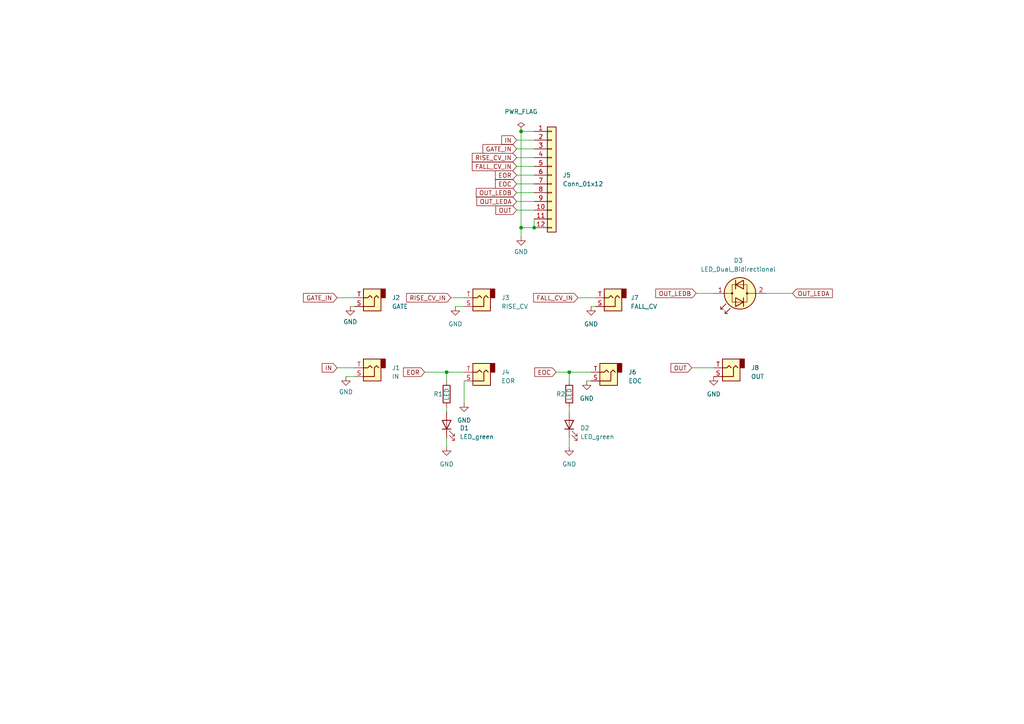
<source format=kicad_sch>
(kicad_sch (version 20230121) (generator eeschema)
  (paper "A4")
  (lib_symbols
    (symbol "AO_symbols:AudioJack2"
      (property "Reference" "J" (at 0 8.89 0))
      (property "Value" "AudioJack2" (at 0 6.35 0))
      (symbol "AudioJack2_0_1"
        (rectangle (start -3.81 0) (end -2.54 -2.54) (stroke (width 0.254)) (fill (type outline)))
        (rectangle (start -2.54 3.81) (end 2.54 -2.54) (stroke (width 0.254)) (fill (type background)))
        (polyline (pts (xy 0 0) (xy 0.635 -0.635) (xy 1.27 0) (xy 2.54 0)) (stroke (width 0.254)))
        (polyline (pts (xy 2.54 2.54) (xy -0.635 2.54) (xy -0.635 0) (xy -1.27 -0.635) (xy -1.905 0)) (stroke (width 0.254)))
      )
      (symbol "AudioJack2_1_1"
        (pin passive line (at 5.08 2.54 180) (length 2.54) (name "~") (number "S"))
        (pin passive line (at 5.08 0 180) (length 2.54) (name "~") (number "T"))
      )
    )
    (symbol "AO_symbols:LED_green" (pin_numbers hide) (pin_names (offset 1.016) hide)
      (property "Reference" "D" (at 0 2.54 0))
      (property "Value" "LED_green" (at 0 -2.54 0))
      (symbol "LED_green_0_1"
        (polyline (pts (xy -1.27 -1.27) (xy -1.27 1.27)) (stroke (width 0.254)))
        (polyline (pts (xy -1.27 0) (xy 1.27 0)))
        (polyline (pts (xy 1.27 -1.27) (xy 1.27 1.27) (xy -1.27 0) (xy 1.27 -1.27)) (stroke (width 0.254)))
        (polyline (pts (xy -3.048 -0.762) (xy -4.572 -2.286) (xy -3.81 -2.286) (xy -4.572 -2.286) (xy -4.572 -1.524)))
        (polyline (pts (xy -1.778 -0.762) (xy -3.302 -2.286) (xy -2.54 -2.286) (xy -3.302 -2.286) (xy -3.302 -1.524)))
      )
      (symbol "LED_green_1_1"
        (pin passive line (at -3.81 0 0) (length 2.54) (name "K") (number "1"))
        (pin passive line (at 3.81 0 180) (length 2.54) (name "A") (number "2"))
      )
    )
    (symbol "AO_symbols:R" (pin_numbers hide) (pin_names (offset 0))
      (property "Reference" "R" (at 2.032 0 90))
      (property "Value" "R" (at 0 0 90))
      (symbol "R_0_1"
        (rectangle (start -1.016 -2.54) (end 1.016 2.54) (stroke (width 0.254)))
      )
      (symbol "R_1_1"
        (pin passive line (at 0 3.81 270) (length 1.27) (name "~") (number "1"))
        (pin passive line (at 0 -3.81 90) (length 1.27) (name "~") (number "2"))
      )
    )
    (symbol "Connector_Generic:Conn_01x12" (pin_names (offset 1.016) hide)
      (property "Reference" "J" (at 0 15.24 0))
      (property "Value" "Conn_01x12" (at 0 -17.78 0))
      (symbol "Conn_01x12_1_1"
        (rectangle (start -1.27 -15.113) (end 0 -15.367) (stroke (width 0.1524)))
        (rectangle (start -1.27 -12.573) (end 0 -12.827) (stroke (width 0.1524)))
        (rectangle (start -1.27 -10.033) (end 0 -10.287) (stroke (width 0.1524)))
        (rectangle (start -1.27 -7.493) (end 0 -7.747) (stroke (width 0.1524)))
        (rectangle (start -1.27 -4.953) (end 0 -5.207) (stroke (width 0.1524)))
        (rectangle (start -1.27 -2.413) (end 0 -2.667) (stroke (width 0.1524)))
        (rectangle (start -1.27 0.127) (end 0 -0.127) (stroke (width 0.1524)))
        (rectangle (start -1.27 2.667) (end 0 2.413) (stroke (width 0.1524)))
        (rectangle (start -1.27 5.207) (end 0 4.953) (stroke (width 0.1524)))
        (rectangle (start -1.27 7.747) (end 0 7.493) (stroke (width 0.1524)))
        (rectangle (start -1.27 10.287) (end 0 10.033) (stroke (width 0.1524)))
        (rectangle (start -1.27 12.827) (end 0 12.573) (stroke (width 0.1524)))
        (rectangle (start -1.27 13.97) (end 1.27 -16.51) (stroke (width 0.254)) (fill (type background)))
        (pin passive line (at -5.08 12.7 0) (length 3.81) (name "Pin_1") (number "1"))
        (pin passive line (at -5.08 -10.16 0) (length 3.81) (name "Pin_10") (number "10"))
        (pin passive line (at -5.08 -12.7 0) (length 3.81) (name "Pin_11") (number "11"))
        (pin passive line (at -5.08 -15.24 0) (length 3.81) (name "Pin_12") (number "12"))
        (pin passive line (at -5.08 10.16 0) (length 3.81) (name "Pin_2") (number "2"))
        (pin passive line (at -5.08 7.62 0) (length 3.81) (name "Pin_3") (number "3"))
        (pin passive line (at -5.08 5.08 0) (length 3.81) (name "Pin_4") (number "4"))
        (pin passive line (at -5.08 2.54 0) (length 3.81) (name "Pin_5") (number "5"))
        (pin passive line (at -5.08 0 0) (length 3.81) (name "Pin_6") (number "6"))
        (pin passive line (at -5.08 -2.54 0) (length 3.81) (name "Pin_7") (number "7"))
        (pin passive line (at -5.08 -5.08 0) (length 3.81) (name "Pin_8") (number "8"))
        (pin passive line (at -5.08 -7.62 0) (length 3.81) (name "Pin_9") (number "9"))
      )
    )
    (symbol "Device:LED_Dual_Bidirectional" (pin_names (offset 0) hide)
      (property "Reference" "D" (at 0 5.715 0))
      (property "Value" "LED_Dual_Bidirectional" (at 0 -6.35 0))
      (symbol "LED_Dual_Bidirectional_0_1"
        (circle (center -2.032 0) (radius 0.254) (fill (type outline)))
        (polyline (pts (xy -4.572 0) (xy -2.54 0)))
        (polyline (pts (xy -2.032 0) (xy -2.54 0)))
        (polyline (pts (xy -1.016 3.81) (xy -1.016 1.27)) (stroke (width 0.254)))
        (polyline (pts (xy 1.27 -1.27) (xy 1.27 -3.81)) (stroke (width 0.254)))
        (polyline (pts (xy 4.064 0) (xy 2.286 0)) (fill (type outline)))
        (polyline (pts (xy 4.318 5.842) (xy 4.318 5.08)) (stroke (width 0.2032)))
        (polyline (pts (xy 5.588 4.572) (xy 5.588 3.81)) (stroke (width 0.2032)))
        (polyline (pts (xy 2.794 4.318) (xy 4.318 5.842) (xy 3.556 5.842)) (stroke (width 0.2032)))
        (polyline (pts (xy 4.064 3.048) (xy 5.588 4.572) (xy 4.826 4.572)) (stroke (width 0.2032)))
        (polyline (pts (xy -1.016 -1.27) (xy -1.016 -3.81) (xy 1.27 -2.54) (xy -1.016 -1.27)) (stroke (width 0.254)))
        (polyline (pts (xy 1.27 3.81) (xy 1.27 1.27) (xy -1.016 2.54) (xy 1.27 3.81)) (stroke (width 0.254)))
        (polyline (pts (xy 2.286 2.54) (xy -2.032 2.54) (xy -2.032 -2.54) (xy 2.286 -2.54) (xy 2.286 2.54)))
        (circle (center 0 0) (radius 4.572) (stroke (width 0.254)) (fill (type background)))
        (circle (center 2.286 0) (radius 0.254) (fill (type outline)))
      )
      (symbol "LED_Dual_Bidirectional_1_1"
        (pin input line (at 7.62 0 180) (length 3.81) (name "KA") (number "1"))
        (pin input line (at -7.62 0 0) (length 3.048) (name "AK") (number "2"))
      )
    )
    (symbol "power:GND" (power) (pin_names (offset 0))
      (property "Value" "GND" (at 0 -3.81 0))
      (symbol "GND_0_1"
        (polyline (pts (xy 0 0) (xy 0 -1.27) (xy 1.27 -1.27) (xy 0 -2.54) (xy -1.27 -1.27) (xy 0 -1.27)))
      )
      (symbol "GND_1_1"
        (pin power_in line (at 0 0 270) (length 0) hide (name "GND") (number "1"))
      )
    )
    (symbol "power:PWR_FLAG" (power) (pin_numbers hide) (pin_names (offset 0) hide)
      (property "Value" "PWR_FLAG" (at 0 3.81 0))
      (symbol "PWR_FLAG_0_0"
        (pin power_out line (at 0 0 90) (length 0) (name "pwr") (number "1"))
      )
      (symbol "PWR_FLAG_0_1"
        (polyline (pts (xy 0 0) (xy 0 1.27) (xy -1.016 1.905) (xy 0 2.54) (xy 1.016 1.905) (xy 0 1.27)))
      )
    )
  )
  (junction (at 154.94 66.04))
  (junction (at 151.13 38.1))
  (junction (at 129.54 107.95))
  (junction (at 165.1 107.95))
  (junction (at 151.13 66.04))
  (wire (pts (xy 149.86 40.64) (xy 154.94 40.64)))
  (wire (pts (xy 165.1 107.95) (xy 165.1 110.49)))
  (wire (pts (xy 123.19 107.95) (xy 129.54 107.95)))
  (wire (pts (xy 151.13 38.1) (xy 151.13 66.04)))
  (wire (pts (xy 167.64 86.36) (xy 172.72 86.36)))
  (wire (pts (xy 172.72 88.9) (xy 171.45 88.9)))
  (wire (pts (xy 149.86 43.18) (xy 154.94 43.18)))
  (wire (pts (xy 129.54 107.95) (xy 134.62 107.95)))
  (wire (pts (xy 222.25 85.09) (xy 229.87 85.09)))
  (wire (pts (xy 149.86 53.34) (xy 154.94 53.34)))
  (wire (pts (xy 165.1 107.95) (xy 171.45 107.95)))
  (wire (pts (xy 100.33 109.22) (xy 102.87 109.22)))
  (wire (pts (xy 151.13 38.1) (xy 154.94 38.1)))
  (wire (pts (xy 132.08 88.9) (xy 134.62 88.9)))
  (wire (pts (xy 97.79 106.68) (xy 102.87 106.68)))
  (wire (pts (xy 165.1 118.11) (xy 165.1 119.38)))
  (wire (pts (xy 170.18 110.49) (xy 171.45 110.49)))
  (wire (pts (xy 200.66 106.68) (xy 207.01 106.68)))
  (wire (pts (xy 161.29 107.95) (xy 165.1 107.95)))
  (wire (pts (xy 149.86 50.8) (xy 154.94 50.8)))
  (wire (pts (xy 130.81 86.36) (xy 134.62 86.36)))
  (wire (pts (xy 151.13 68.58) (xy 151.13 66.04)))
  (wire (pts (xy 149.86 45.72) (xy 154.94 45.72)))
  (wire (pts (xy 129.54 127) (xy 129.54 129.54)))
  (wire (pts (xy 129.54 118.11) (xy 129.54 119.38)))
  (wire (pts (xy 151.13 66.04) (xy 154.94 66.04)))
  (wire (pts (xy 165.1 127) (xy 165.1 129.54)))
  (wire (pts (xy 149.86 48.26) (xy 154.94 48.26)))
  (wire (pts (xy 97.79 86.36) (xy 102.87 86.36)))
  (wire (pts (xy 207.01 85.09) (xy 201.93 85.09)))
  (wire (pts (xy 154.94 66.04) (xy 154.94 63.5)))
  (wire (pts (xy 129.54 107.95) (xy 129.54 110.49)))
  (wire (pts (xy 134.62 116.84) (xy 134.62 110.49)))
  (wire (pts (xy 149.86 55.88) (xy 154.94 55.88)))
  (wire (pts (xy 102.87 88.9) (xy 101.6 88.9)))
  (wire (pts (xy 149.86 60.96) (xy 154.94 60.96)))
  (wire (pts (xy 149.86 58.42) (xy 154.94 58.42)))
  (global_label "RISE_CV_IN" (shape input) (at 130.81 86.36 180) (property "Intersheetrefs" "${INTERSHEET_REFS}" (effects hide)))
  (global_label "EOR" (shape input) (at 123.19 107.95 180) (property "Intersheetrefs" "${INTERSHEET_REFS}" (effects hide)))
  (global_label "GATE_IN" (shape input) (at 97.79 86.36 180) (property "Intersheetrefs" "${INTERSHEET_REFS}" (effects hide)))
  (global_label "OUT_LEDA" (shape input) (at 229.87 85.09 0) (property "Intersheetrefs" "${INTERSHEET_REFS}" (effects hide)))
  (global_label "OUT" (shape input) (at 149.86 60.96 180) (property "Intersheetrefs" "${INTERSHEET_REFS}" (effects hide)))
  (global_label "EOC" (shape input) (at 149.86 53.34 180) (property "Intersheetrefs" "${INTERSHEET_REFS}" (effects hide)))
  (global_label "OUT_LEDB" (shape input) (at 201.93 85.09 180) (property "Intersheetrefs" "${INTERSHEET_REFS}" (effects hide)))
  (global_label "GATE_IN" (shape input) (at 149.86 43.18 180) (property "Intersheetrefs" "${INTERSHEET_REFS}" (effects hide)))
  (global_label "IN" (shape input) (at 97.79 106.68 180) (property "Intersheetrefs" "${INTERSHEET_REFS}" (effects hide)))
  (global_label "OUT_LEDA" (shape input) (at 149.86 58.42 180) (property "Intersheetrefs" "${INTERSHEET_REFS}" (effects hide)))
  (global_label "EOR" (shape input) (at 149.86 50.8 180) (property "Intersheetrefs" "${INTERSHEET_REFS}" (effects hide)))
  (global_label "OUT_LEDB" (shape input) (at 149.86 55.88 180) (property "Intersheetrefs" "${INTERSHEET_REFS}" (effects hide)))
  (global_label "FALL_CV_IN" (shape input) (at 167.64 86.36 180) (property "Intersheetrefs" "${INTERSHEET_REFS}" (effects hide)))
  (global_label "FALL_CV_IN" (shape input) (at 149.86 48.26 180) (property "Intersheetrefs" "${INTERSHEET_REFS}" (effects hide)))
  (global_label "RISE_CV_IN" (shape input) (at 149.86 45.72 180) (property "Intersheetrefs" "${INTERSHEET_REFS}" (effects hide)))
  (global_label "OUT" (shape input) (at 200.66 106.68 180) (property "Intersheetrefs" "${INTERSHEET_REFS}" (effects hide)))
  (global_label "EOC" (shape input) (at 161.29 107.95 180) (property "Intersheetrefs" "${INTERSHEET_REFS}" (effects hide)))
  (global_label "IN" (shape input) (at 149.86 40.64 180) (property "Intersheetrefs" "${INTERSHEET_REFS}" (effects hide)))
  (symbol (lib_id "AO_symbols:AudioJack2") (at 212.09 106.68 180) (unit 1)
    (property "Reference" "J8" (at 217.805 106.68 0) (effects (justify right)))
    (property "Value" "OUT" (at 217.805 109.22 0) (effects (justify right)))
    (property "Footprint" "AO_tht:Jack_6.35mm_PJ_629HAN_slots" (effects hide))
    (property "Vendor" "Tayda" (effects hide))
    (property "SKU" "A-1121" (effects hide))
  )
  (symbol (lib_id "AO_symbols:AudioJack2") (at 107.95 106.68 180) (unit 1)
    (property "Reference" "J1" (at 113.665 106.68 0) (effects (justify right)))
    (property "Value" "IN" (at 113.665 109.22 0) (effects (justify right)))
    (property "Footprint" "AO_tht:Jack_6.35mm_PJ_629HAN_slots" (effects hide))
    (property "Vendor" "Tayda" (effects hide))
    (property "SKU" "A-1121" (effects hide))
  )
  (symbol (lib_id "power:GND") (at 165.1 129.54 0) (unit 1)
    (property "Reference" "#PWR07" (effects hide))
    (property "Value" "GND" (at 165.1 134.62 0))
  )
  (symbol (lib_id "AO_symbols:AudioJack2") (at 177.8 86.36 180) (unit 1)
    (property "Reference" "J7" (at 182.88 86.36 0) (effects (justify right)))
    (property "Value" "FALL_CV" (at 182.88 88.9 0) (effects (justify right)))
    (property "Footprint" "AO_tht:Jack_6.35mm_PJ_629HAN_slots" (effects hide))
    (property "Vendor" "Tayda" (effects hide))
    (property "SKU" "A-1121" (effects hide))
  )
  (symbol (lib_id "AO_symbols:LED_green") (at 165.1 123.19 90) (unit 1)
    (property "Reference" "D2" (at 168.275 124.1425 90) (effects (justify right)))
    (property "Value" "LED_green" (at 168.275 126.6825 90) (effects (justify right)))
    (property "Footprint" "AO_tht:LED_D5.0mm" (effects hide))
    (property "Vendor" "Tayda" (effects hide))
    (property "SKU" "A-1553" (effects hide))
  )
  (symbol (lib_id "power:GND") (at 129.54 129.54 0) (unit 1)
    (property "Reference" "#PWR03" (effects hide))
    (property "Value" "GND" (at 129.54 134.62 0))
  )
  (symbol (lib_id "power:GND") (at 132.08 88.9 0) (unit 1)
    (property "Reference" "#PWR04" (effects hide))
    (property "Value" "GND" (at 132.08 93.98 0))
  )
  (symbol (lib_id "power:GND") (at 170.18 110.49 0) (unit 1)
    (property "Reference" "#PWR08" (effects hide))
    (property "Value" "GND" (at 170.18 115.57 0))
  )
  (symbol (lib_id "power:GND") (at 100.33 109.22 0) (unit 1)
    (property "Reference" "#PWR01" (effects hide))
    (property "Value" "GND" (at 100.33 113.665 0))
  )
  (symbol (lib_id "AO_symbols:AudioJack2") (at 107.95 86.36 180) (unit 1)
    (property "Reference" "J2" (at 113.665 86.36 0) (effects (justify right)))
    (property "Value" "GATE" (at 113.665 88.9 0) (effects (justify right)))
    (property "Footprint" "AO_tht:Jack_6.35mm_PJ_629HAN_slots" (effects hide))
    (property "Vendor" "Tayda" (effects hide))
    (property "SKU" "A-1121" (effects hide))
  )
  (symbol (lib_id "AO_symbols:AudioJack2") (at 176.53 107.95 180) (unit 1)
    (property "Reference" "J6" (at 182.245 107.95 0) (effects (justify right)))
    (property "Value" "EOC" (at 182.245 110.49 0) (effects (justify right)))
    (property "Footprint" "AO_tht:Jack_6.35mm_PJ_629HAN_slots" (effects hide))
    (property "Vendor" "Tayda" (effects hide))
    (property "SKU" "A-1121" (effects hide))
  )
  (symbol (lib_id "power:GND") (at 134.62 116.84 0) (unit 1)
    (property "Reference" "#PWR05" (effects hide))
    (property "Value" "GND" (at 134.62 121.92 0))
  )
  (symbol (lib_id "power:GND") (at 207.01 109.22 0) (unit 1)
    (property "Reference" "#PWR010" (effects hide))
    (property "Value" "GND" (at 207.01 114.3 0))
  )
  (symbol (lib_id "Device:LED_Dual_Bidirectional") (at 214.63 85.09 180) (unit 1)
    (property "Reference" "D3" (at 214.1347 75.565 0))
    (property "Value" "LED_Dual_Bidirectional" (at 214.1347 78.105 0))
    (property "Footprint" "AO_tht:LED_D5.0mm" (effects hide))
  )
  (symbol (lib_id "AO_symbols:R") (at 165.1 114.3 0) (unit 1)
    (property "Reference" "R2" (at 161.29 114.3 0) (effects (justify left)))
    (property "Value" "LED" (at 165.1 116.205 90) (effects (justify left)))
    (property "Footprint" "AO_tht:R_Axial_DIN0207_L6.3mm_D2.5mm_P10.16mm_Horizontal" (effects hide))
    (property "Vendor" "Tayda" (effects hide))
  )
  (symbol (lib_id "AO_symbols:LED_green") (at 129.54 123.19 90) (unit 1)
    (property "Reference" "D1" (at 133.35 124.1425 90) (effects (justify right)))
    (property "Value" "LED_green" (at 133.35 126.6825 90) (effects (justify right)))
    (property "Footprint" "AO_tht:LED_D5.0mm" (effects hide))
    (property "Vendor" "Tayda" (effects hide))
    (property "SKU" "A-1553" (effects hide))
  )
  (symbol (lib_id "AO_symbols:AudioJack2") (at 139.7 107.95 180) (unit 1)
    (property "Reference" "J4" (at 145.415 107.95 0) (effects (justify right)))
    (property "Value" "EOR" (at 145.415 110.49 0) (effects (justify right)))
    (property "Footprint" "AO_tht:Jack_6.35mm_PJ_629HAN_slots" (effects hide))
    (property "Vendor" "Tayda" (effects hide))
    (property "SKU" "A-1121" (effects hide))
  )
  (symbol (lib_id "AO_symbols:AudioJack2") (at 139.7 86.36 180) (unit 1)
    (property "Reference" "J3" (at 145.415 86.36 0) (effects (justify right)))
    (property "Value" "RISE_CV" (at 145.415 88.9 0) (effects (justify right)))
    (property "Footprint" "AO_tht:Jack_6.35mm_PJ_629HAN_slots" (effects hide))
    (property "Vendor" "Tayda" (effects hide))
    (property "SKU" "A-1121" (effects hide))
  )
  (symbol (lib_id "power:GND") (at 101.6 88.9 0) (unit 1)
    (property "Reference" "#PWR02" (effects hide))
    (property "Value" "GND" (at 101.6 93.345 0))
  )
  (symbol (lib_id "power:GND") (at 151.13 68.58 0) (unit 1)
    (property "Reference" "#PWR06" (effects hide))
    (property "Value" "GND" (at 151.13 73.025 0))
  )
  (symbol (lib_id "AO_symbols:R") (at 129.54 114.3 0) (unit 1)
    (property "Reference" "R1" (at 125.73 114.3 0) (effects (justify left)))
    (property "Value" "LED" (at 129.54 116.205 90) (effects (justify left)))
    (property "Footprint" "AO_tht:R_Axial_DIN0207_L6.3mm_D2.5mm_P10.16mm_Horizontal" (effects hide))
    (property "Vendor" "Tayda" (effects hide))
  )
  (symbol (lib_id "Connector_Generic:Conn_01x12") (at 160.02 50.8 0) (unit 1)
    (property "Reference" "J5" (at 163.195 50.7999 0) (effects (justify left)))
    (property "Value" "Conn_01x12" (at 163.195 53.3399 0) (effects (justify left)))
    (property "Footprint" "Connector_PinHeader_2.54mm:PinHeader_1x12_P2.54mm_Vertical" (effects hide))
  )
  (symbol (lib_id "power:GND") (at 171.45 88.9 0) (unit 1)
    (property "Reference" "#PWR09" (effects hide))
    (property "Value" "GND" (at 171.45 93.98 0))
  )
  (symbol (lib_id "power:PWR_FLAG") (at 151.13 38.1 0) (unit 1)
    (property "Reference" "#FLG0101" (effects hide))
    (property "Value" "PWR_FLAG" (at 151.13 32.385 0))
  )
)
</source>
